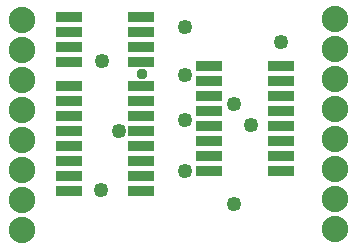
<source format=gts>
G04 MADE WITH FRITZING*
G04 WWW.FRITZING.ORG*
G04 DOUBLE SIDED*
G04 HOLES PLATED*
G04 CONTOUR ON CENTER OF CONTOUR VECTOR*
%ASAXBY*%
%FSLAX23Y23*%
%MOIN*%
%OFA0B0*%
%SFA1.0B1.0*%
%ADD10C,0.049370*%
%ADD11C,0.037559*%
%ADD12C,0.088000*%
%ADD13R,0.090000X0.036000*%
%LNMASK1*%
G90*
G70*
G54D10*
X330Y628D03*
X326Y199D03*
X929Y691D03*
X606Y742D03*
G54D11*
X464Y585D03*
G54D10*
X606Y262D03*
X389Y396D03*
X826Y416D03*
X606Y431D03*
X606Y581D03*
X771Y152D03*
X772Y486D03*
G54D12*
X1106Y69D03*
X1106Y169D03*
X1106Y269D03*
X1106Y369D03*
X1106Y469D03*
X1106Y569D03*
X1106Y669D03*
X1106Y769D03*
X63Y766D03*
X63Y666D03*
X63Y566D03*
X63Y466D03*
X63Y366D03*
X63Y266D03*
X63Y166D03*
X63Y66D03*
G54D13*
X220Y545D03*
X220Y495D03*
X220Y445D03*
X220Y395D03*
X220Y345D03*
X220Y295D03*
X220Y245D03*
X220Y195D03*
X462Y195D03*
X462Y245D03*
X462Y295D03*
X462Y345D03*
X462Y395D03*
X462Y445D03*
X462Y495D03*
X462Y545D03*
X929Y263D03*
X929Y313D03*
X929Y363D03*
X929Y413D03*
X929Y463D03*
X929Y513D03*
X929Y563D03*
X929Y613D03*
X687Y613D03*
X687Y563D03*
X687Y513D03*
X687Y463D03*
X687Y413D03*
X687Y363D03*
X687Y313D03*
X687Y263D03*
X220Y776D03*
X220Y726D03*
X220Y676D03*
X220Y626D03*
X462Y626D03*
X462Y676D03*
X462Y726D03*
X462Y776D03*
G04 End of Mask1*
M02*
</source>
